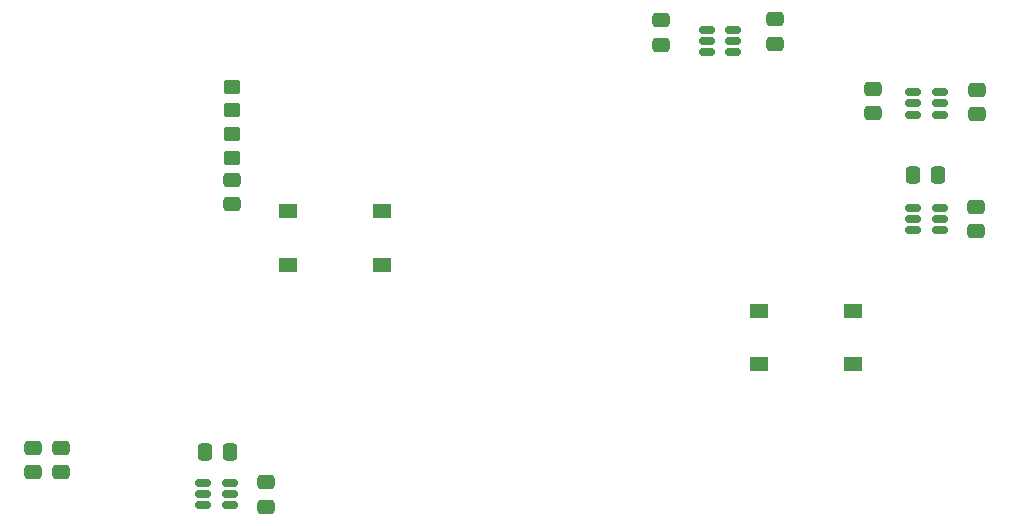
<source format=gbr>
%TF.GenerationSoftware,KiCad,Pcbnew,(6.0.11)*%
%TF.CreationDate,2024-04-14T23:22:21+03:00*%
%TF.ProjectId,avr-co2-detector,6176722d-636f-4322-9d64-65746563746f,rev. 1*%
%TF.SameCoordinates,Original*%
%TF.FileFunction,Paste,Bot*%
%TF.FilePolarity,Positive*%
%FSLAX46Y46*%
G04 Gerber Fmt 4.6, Leading zero omitted, Abs format (unit mm)*
G04 Created by KiCad (PCBNEW (6.0.11)) date 2024-04-14 23:22:21*
%MOMM*%
%LPD*%
G01*
G04 APERTURE LIST*
G04 Aperture macros list*
%AMRoundRect*
0 Rectangle with rounded corners*
0 $1 Rounding radius*
0 $2 $3 $4 $5 $6 $7 $8 $9 X,Y pos of 4 corners*
0 Add a 4 corners polygon primitive as box body*
4,1,4,$2,$3,$4,$5,$6,$7,$8,$9,$2,$3,0*
0 Add four circle primitives for the rounded corners*
1,1,$1+$1,$2,$3*
1,1,$1+$1,$4,$5*
1,1,$1+$1,$6,$7*
1,1,$1+$1,$8,$9*
0 Add four rect primitives between the rounded corners*
20,1,$1+$1,$2,$3,$4,$5,0*
20,1,$1+$1,$4,$5,$6,$7,0*
20,1,$1+$1,$6,$7,$8,$9,0*
20,1,$1+$1,$8,$9,$2,$3,0*%
G04 Aperture macros list end*
%ADD10RoundRect,0.250000X0.475000X-0.337500X0.475000X0.337500X-0.475000X0.337500X-0.475000X-0.337500X0*%
%ADD11RoundRect,0.250000X-0.475000X0.337500X-0.475000X-0.337500X0.475000X-0.337500X0.475000X0.337500X0*%
%ADD12RoundRect,0.150000X0.512500X0.150000X-0.512500X0.150000X-0.512500X-0.150000X0.512500X-0.150000X0*%
%ADD13RoundRect,0.250000X-0.337500X-0.475000X0.337500X-0.475000X0.337500X0.475000X-0.337500X0.475000X0*%
%ADD14R,1.550000X1.300000*%
%ADD15RoundRect,0.250000X0.450000X-0.350000X0.450000X0.350000X-0.450000X0.350000X-0.450000X-0.350000X0*%
G04 APERTURE END LIST*
D10*
%TO.C,C18*%
X156685714Y-81037500D03*
X156685714Y-78962500D03*
%TD*%
D11*
%TO.C,C10*%
X96200000Y-115262500D03*
X96200000Y-117337500D03*
%TD*%
D12*
%TO.C,U7*%
X110500000Y-118250000D03*
X110500000Y-119200000D03*
X110500000Y-120150000D03*
X108225000Y-120150000D03*
X108225000Y-119200000D03*
X108225000Y-118250000D03*
%TD*%
%TO.C,U9*%
X170637500Y-94950000D03*
X170637500Y-95900000D03*
X170637500Y-96850000D03*
X168362500Y-96850000D03*
X168362500Y-95900000D03*
X168362500Y-94950000D03*
%TD*%
D13*
%TO.C,C25*%
X168362500Y-92200000D03*
X170437500Y-92200000D03*
%TD*%
D14*
%TO.C,SW1*%
X115425000Y-99750000D03*
X123375000Y-99750000D03*
X123375000Y-95250000D03*
X115425000Y-95250000D03*
%TD*%
D13*
%TO.C,C23*%
X108425000Y-115600000D03*
X110500000Y-115600000D03*
%TD*%
D10*
%TO.C,C22*%
X173700000Y-96937500D03*
X173700000Y-94862500D03*
%TD*%
D12*
%TO.C,U6*%
X153137500Y-79850000D03*
X153137500Y-80800000D03*
X153137500Y-81750000D03*
X150862500Y-81750000D03*
X150862500Y-80800000D03*
X150862500Y-79850000D03*
%TD*%
D11*
%TO.C,C7*%
X110700000Y-92562500D03*
X110700000Y-94637500D03*
%TD*%
%TO.C,C24*%
X164985714Y-84862500D03*
X164985714Y-86937500D03*
%TD*%
D15*
%TO.C,R6*%
X110700000Y-90700000D03*
X110700000Y-88700000D03*
%TD*%
D10*
%TO.C,C21*%
X173785714Y-87037500D03*
X173785714Y-84962500D03*
%TD*%
D14*
%TO.C,SW2*%
X155325000Y-103650000D03*
X163275000Y-103650000D03*
X163275000Y-108150000D03*
X155325000Y-108150000D03*
%TD*%
D12*
%TO.C,U8*%
X170637500Y-85150000D03*
X170637500Y-86100000D03*
X170637500Y-87050000D03*
X168362500Y-87050000D03*
X168362500Y-86100000D03*
X168362500Y-85150000D03*
%TD*%
D11*
%TO.C,C11*%
X93800000Y-115262500D03*
X93800000Y-117337500D03*
%TD*%
D15*
%TO.C,R5*%
X110700000Y-86700000D03*
X110700000Y-84700000D03*
%TD*%
D10*
%TO.C,C20*%
X113562500Y-120237500D03*
X113562500Y-118162500D03*
%TD*%
D11*
%TO.C,C19*%
X146985714Y-79062500D03*
X146985714Y-81137500D03*
%TD*%
M02*

</source>
